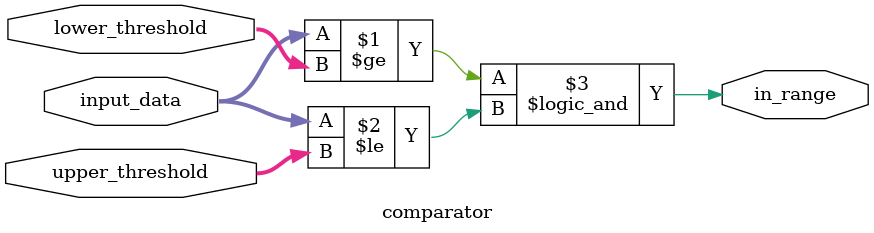
<source format=sv>
module range_detector_param #(
    parameter DATA_WIDTH = 32
)(
    input wire [DATA_WIDTH-1:0] data,
    input wire [DATA_WIDTH-1:0] lower, upper,
    output wire in_bounds
);
    comparator #(.WIDTH(DATA_WIDTH)) comp_unit (
        .input_data(data),
        .lower_threshold(lower),
        .upper_threshold(upper),
        .in_range(in_bounds)
    );
endmodule

// 添加缺失的comparator模块
module comparator #(
    parameter WIDTH = 32
)(
    input wire [WIDTH-1:0] input_data,
    input wire [WIDTH-1:0] lower_threshold,
    input wire [WIDTH-1:0] upper_threshold,
    output wire in_range
);
    assign in_range = (input_data >= lower_threshold) && (input_data <= upper_threshold);
endmodule
</source>
